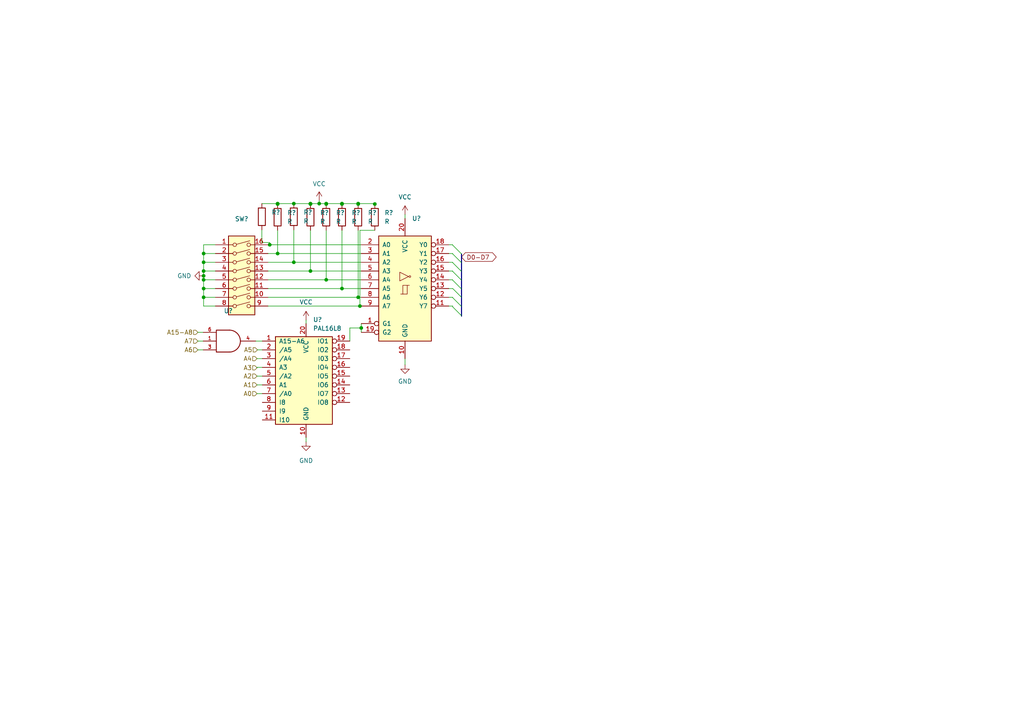
<source format=kicad_sch>
(kicad_sch (version 20211123) (generator eeschema)

  (uuid 3ab2a4f3-1350-474a-9450-67c63366e60b)

  (paper "A4")

  (lib_symbols
    (symbol "74xGxx:74LVC1G11" (pin_names (offset 1.016)) (in_bom yes) (on_board yes)
      (property "Reference" "U" (id 0) (at -2.54 5.08 0)
        (effects (font (size 1.27 1.27)))
      )
      (property "Value" "74LVC1G11" (id 1) (at 0 -5.08 0)
        (effects (font (size 1.27 1.27)))
      )
      (property "Footprint" "" (id 2) (at 0 0 0)
        (effects (font (size 1.27 1.27)) hide)
      )
      (property "Datasheet" "http://www.ti.com/lit/sg/scyt129e/scyt129e.pdf" (id 3) (at 0 0 0)
        (effects (font (size 1.27 1.27)) hide)
      )
      (property "ki_keywords" "Single Gate AND triple LVC CMOS" (id 4) (at 0 0 0)
        (effects (font (size 1.27 1.27)) hide)
      )
      (property "ki_description" "Single AND 3 Input Gate, Low-Voltage CMOS" (id 5) (at 0 0 0)
        (effects (font (size 1.27 1.27)) hide)
      )
      (property "ki_fp_filters" "SOT* SG-*" (id 6) (at 0 0 0)
        (effects (font (size 1.27 1.27)) hide)
      )
      (symbol "74LVC1G11_0_1"
        (arc (start 0 -3.175) (mid 3.175 0) (end 0 3.175)
          (stroke (width 0.254) (type default) (color 0 0 0 0))
          (fill (type none))
        )
        (polyline
          (pts
            (xy 0 -3.175)
            (xy -3.81 -3.175)
            (xy -3.81 3.175)
            (xy 0 3.175)
          )
          (stroke (width 0.254) (type default) (color 0 0 0 0))
          (fill (type none))
        )
      )
      (symbol "74LVC1G11_1_1"
        (pin input line (at -7.62 0 0) (length 3.81)
          (name "~" (effects (font (size 1.016 1.016))))
          (number "1" (effects (font (size 1.016 1.016))))
        )
        (pin power_in line (at 0 -3.175 270) (length 0) hide
          (name "GND" (effects (font (size 1.016 1.016))))
          (number "2" (effects (font (size 1.016 1.016))))
        )
        (pin input line (at -7.62 -2.54 0) (length 3.81)
          (name "~" (effects (font (size 1.016 1.016))))
          (number "3" (effects (font (size 1.016 1.016))))
        )
        (pin output line (at 7.62 0 180) (length 4.445)
          (name "~" (effects (font (size 1.016 1.016))))
          (number "4" (effects (font (size 1.016 1.016))))
        )
        (pin power_in line (at 0 3.175 90) (length 0) hide
          (name "VCC" (effects (font (size 1.016 1.016))))
          (number "5" (effects (font (size 1.016 1.016))))
        )
        (pin input line (at -7.62 2.54 0) (length 3.81)
          (name "~" (effects (font (size 1.016 1.016))))
          (number "6" (effects (font (size 1.016 1.016))))
        )
      )
    )
    (symbol "74xx:74LS540" (pin_names (offset 1.016)) (in_bom yes) (on_board yes)
      (property "Reference" "U" (id 0) (at -7.62 16.51 0)
        (effects (font (size 1.27 1.27)))
      )
      (property "Value" "74LS540" (id 1) (at -7.62 -16.51 0)
        (effects (font (size 1.27 1.27)))
      )
      (property "Footprint" "" (id 2) (at 0 0 0)
        (effects (font (size 1.27 1.27)) hide)
      )
      (property "Datasheet" "http://www.ti.com/lit/gpn/sn74LS540" (id 3) (at 0 0 0)
        (effects (font (size 1.27 1.27)) hide)
      )
      (property "ki_locked" "" (id 4) (at 0 0 0)
        (effects (font (size 1.27 1.27)))
      )
      (property "ki_keywords" "BUFFER BUS TTL 3State" (id 5) (at 0 0 0)
        (effects (font (size 1.27 1.27)) hide)
      )
      (property "ki_description" "8-bit Buffer/Line driver Inverter, 3-state outputs" (id 6) (at 0 0 0)
        (effects (font (size 1.27 1.27)) hide)
      )
      (property "ki_fp_filters" "DIP?20*" (id 7) (at 0 0 0)
        (effects (font (size 1.27 1.27)) hide)
      )
      (symbol "74LS540_1_0"
        (polyline
          (pts
            (xy -0.635 -1.6002)
            (xy -0.635 0.9398)
            (xy 0.635 0.9398)
          )
          (stroke (width 0) (type default) (color 0 0 0 0))
          (fill (type none))
        )
        (polyline
          (pts
            (xy -1.27 -1.6002)
            (xy 0.635 -1.6002)
            (xy 0.635 0.9398)
            (xy 1.27 0.9398)
          )
          (stroke (width 0) (type default) (color 0 0 0 0))
          (fill (type none))
        )
        (polyline
          (pts
            (xy 1.016 3.4798)
            (xy -1.524 4.7498)
            (xy -1.524 2.2098)
            (xy 1.016 3.4798)
          )
          (stroke (width 0.1524) (type default) (color 0 0 0 0))
          (fill (type none))
        )
        (circle (center 1.397 3.4798) (radius 0.254)
          (stroke (width 0.1524) (type default) (color 0 0 0 0))
          (fill (type none))
        )
        (pin input inverted (at -12.7 -10.16 0) (length 5.08)
          (name "G1" (effects (font (size 1.27 1.27))))
          (number "1" (effects (font (size 1.27 1.27))))
        )
        (pin power_in line (at 0 -20.32 90) (length 5.08)
          (name "GND" (effects (font (size 1.27 1.27))))
          (number "10" (effects (font (size 1.27 1.27))))
        )
        (pin tri_state inverted (at 12.7 -5.08 180) (length 5.08)
          (name "Y7" (effects (font (size 1.27 1.27))))
          (number "11" (effects (font (size 1.27 1.27))))
        )
        (pin tri_state inverted (at 12.7 -2.54 180) (length 5.08)
          (name "Y6" (effects (font (size 1.27 1.27))))
          (number "12" (effects (font (size 1.27 1.27))))
        )
        (pin tri_state inverted (at 12.7 0 180) (length 5.08)
          (name "Y5" (effects (font (size 1.27 1.27))))
          (number "13" (effects (font (size 1.27 1.27))))
        )
        (pin tri_state inverted (at 12.7 2.54 180) (length 5.08)
          (name "Y4" (effects (font (size 1.27 1.27))))
          (number "14" (effects (font (size 1.27 1.27))))
        )
        (pin tri_state inverted (at 12.7 5.08 180) (length 5.08)
          (name "Y3" (effects (font (size 1.27 1.27))))
          (number "15" (effects (font (size 1.27 1.27))))
        )
        (pin tri_state inverted (at 12.7 7.62 180) (length 5.08)
          (name "Y2" (effects (font (size 1.27 1.27))))
          (number "16" (effects (font (size 1.27 1.27))))
        )
        (pin tri_state inverted (at 12.7 10.16 180) (length 5.08)
          (name "Y1" (effects (font (size 1.27 1.27))))
          (number "17" (effects (font (size 1.27 1.27))))
        )
        (pin tri_state inverted (at 12.7 12.7 180) (length 5.08)
          (name "Y0" (effects (font (size 1.27 1.27))))
          (number "18" (effects (font (size 1.27 1.27))))
        )
        (pin input inverted (at -12.7 -12.7 0) (length 5.08)
          (name "G2" (effects (font (size 1.27 1.27))))
          (number "19" (effects (font (size 1.27 1.27))))
        )
        (pin input line (at -12.7 12.7 0) (length 5.08)
          (name "A0" (effects (font (size 1.27 1.27))))
          (number "2" (effects (font (size 1.27 1.27))))
        )
        (pin power_in line (at 0 20.32 270) (length 5.08)
          (name "VCC" (effects (font (size 1.27 1.27))))
          (number "20" (effects (font (size 1.27 1.27))))
        )
        (pin input line (at -12.7 10.16 0) (length 5.08)
          (name "A1" (effects (font (size 1.27 1.27))))
          (number "3" (effects (font (size 1.27 1.27))))
        )
        (pin input line (at -12.7 7.62 0) (length 5.08)
          (name "A2" (effects (font (size 1.27 1.27))))
          (number "4" (effects (font (size 1.27 1.27))))
        )
        (pin input line (at -12.7 5.08 0) (length 5.08)
          (name "A3" (effects (font (size 1.27 1.27))))
          (number "5" (effects (font (size 1.27 1.27))))
        )
        (pin input line (at -12.7 2.54 0) (length 5.08)
          (name "A4" (effects (font (size 1.27 1.27))))
          (number "6" (effects (font (size 1.27 1.27))))
        )
        (pin input line (at -12.7 0 0) (length 5.08)
          (name "A5" (effects (font (size 1.27 1.27))))
          (number "7" (effects (font (size 1.27 1.27))))
        )
        (pin input line (at -12.7 -2.54 0) (length 5.08)
          (name "A6" (effects (font (size 1.27 1.27))))
          (number "8" (effects (font (size 1.27 1.27))))
        )
        (pin input line (at -12.7 -5.08 0) (length 5.08)
          (name "A7" (effects (font (size 1.27 1.27))))
          (number "9" (effects (font (size 1.27 1.27))))
        )
      )
      (symbol "74LS540_1_1"
        (rectangle (start -7.62 15.24) (end 7.62 -15.24)
          (stroke (width 0.254) (type default) (color 0 0 0 0))
          (fill (type background))
        )
      )
    )
    (symbol "Device:R" (pin_numbers hide) (pin_names (offset 0)) (in_bom yes) (on_board yes)
      (property "Reference" "R" (id 0) (at 2.032 0 90)
        (effects (font (size 1.27 1.27)))
      )
      (property "Value" "R" (id 1) (at 0 0 90)
        (effects (font (size 1.27 1.27)))
      )
      (property "Footprint" "" (id 2) (at -1.778 0 90)
        (effects (font (size 1.27 1.27)) hide)
      )
      (property "Datasheet" "~" (id 3) (at 0 0 0)
        (effects (font (size 1.27 1.27)) hide)
      )
      (property "ki_keywords" "R res resistor" (id 4) (at 0 0 0)
        (effects (font (size 1.27 1.27)) hide)
      )
      (property "ki_description" "Resistor" (id 5) (at 0 0 0)
        (effects (font (size 1.27 1.27)) hide)
      )
      (property "ki_fp_filters" "R_*" (id 6) (at 0 0 0)
        (effects (font (size 1.27 1.27)) hide)
      )
      (symbol "R_0_1"
        (rectangle (start -1.016 -2.54) (end 1.016 2.54)
          (stroke (width 0.254) (type default) (color 0 0 0 0))
          (fill (type none))
        )
      )
      (symbol "R_1_1"
        (pin passive line (at 0 3.81 270) (length 1.27)
          (name "~" (effects (font (size 1.27 1.27))))
          (number "1" (effects (font (size 1.27 1.27))))
        )
        (pin passive line (at 0 -3.81 90) (length 1.27)
          (name "~" (effects (font (size 1.27 1.27))))
          (number "2" (effects (font (size 1.27 1.27))))
        )
      )
    )
    (symbol "Logic_Programmable:PAL16L8" (pin_names (offset 1.016)) (in_bom yes) (on_board yes)
      (property "Reference" "U?" (id 0) (at 2.0194 18.923 0)
        (effects (font (size 1.27 1.27)) (justify left))
      )
      (property "Value" "PAL16L8" (id 1) (at 2.0194 16.383 0)
        (effects (font (size 1.27 1.27)) (justify left))
      )
      (property "Footprint" "" (id 2) (at 0 0 0)
        (effects (font (size 1.27 1.27)) hide)
      )
      (property "Datasheet" "" (id 3) (at 0 0 0)
        (effects (font (size 1.27 1.27)) hide)
      )
      (property "ki_keywords" "PAL PLD 16L8" (id 4) (at 0 0 0)
        (effects (font (size 1.27 1.27)) hide)
      )
      (property "ki_description" "Programmable Logic Array, DIP-20" (id 5) (at 0 0 0)
        (effects (font (size 1.27 1.27)) hide)
      )
      (property "ki_fp_filters" "DIP* PDIP*" (id 6) (at 0 0 0)
        (effects (font (size 1.27 1.27)) hide)
      )
      (symbol "PAL16L8_0_0"
        (pin power_in line (at 0 -15.24 90) (length 3.81)
          (name "GND" (effects (font (size 1.27 1.27))))
          (number "10" (effects (font (size 1.27 1.27))))
        )
        (pin power_in line (at 0 17.78 270) (length 3.81)
          (name "VCC" (effects (font (size 1.27 1.27))))
          (number "20" (effects (font (size 1.27 1.27))))
        )
      )
      (symbol "PAL16L8_0_1"
        (rectangle (start -8.89 13.97) (end 7.62 -11.43)
          (stroke (width 0.254) (type default) (color 0 0 0 0))
          (fill (type background))
        )
      )
      (symbol "PAL16L8_1_1"
        (pin input line (at -12.7 12.7 0) (length 3.81)
          (name "A15-A6" (effects (font (size 1.27 1.27))))
          (number "1" (effects (font (size 1.27 1.27))))
        )
        (pin input line (at -12.7 -10.16 0) (length 3.81)
          (name "I10" (effects (font (size 1.27 1.27))))
          (number "11" (effects (font (size 1.27 1.27))))
        )
        (pin tri_state inverted (at 12.7 -5.08 180) (length 5.08)
          (name "IO8" (effects (font (size 1.27 1.27))))
          (number "12" (effects (font (size 1.27 1.27))))
        )
        (pin tri_state inverted (at 12.7 -2.54 180) (length 5.08)
          (name "IO7" (effects (font (size 1.27 1.27))))
          (number "13" (effects (font (size 1.27 1.27))))
        )
        (pin tri_state inverted (at 12.7 0 180) (length 5.08)
          (name "IO6" (effects (font (size 1.27 1.27))))
          (number "14" (effects (font (size 1.27 1.27))))
        )
        (pin tri_state inverted (at 12.7 2.54 180) (length 5.08)
          (name "IO5" (effects (font (size 1.27 1.27))))
          (number "15" (effects (font (size 1.27 1.27))))
        )
        (pin tri_state inverted (at 12.7 5.08 180) (length 5.08)
          (name "IO4" (effects (font (size 1.27 1.27))))
          (number "16" (effects (font (size 1.27 1.27))))
        )
        (pin tri_state inverted (at 12.7 7.62 180) (length 5.08)
          (name "I03" (effects (font (size 1.27 1.27))))
          (number "17" (effects (font (size 1.27 1.27))))
        )
        (pin tri_state inverted (at 12.7 10.16 180) (length 5.08)
          (name "IO2" (effects (font (size 1.27 1.27))))
          (number "18" (effects (font (size 1.27 1.27))))
        )
        (pin tri_state inverted (at 12.7 12.7 180) (length 5.08)
          (name "IO1" (effects (font (size 1.27 1.27))))
          (number "19" (effects (font (size 1.27 1.27))))
        )
        (pin input line (at -12.7 10.16 0) (length 3.81)
          (name "/A5" (effects (font (size 1.27 1.27))))
          (number "2" (effects (font (size 1.27 1.27))))
        )
        (pin input line (at -12.7 7.62 0) (length 3.81)
          (name "/A4" (effects (font (size 1.27 1.27))))
          (number "3" (effects (font (size 1.27 1.27))))
        )
        (pin input line (at -12.7 5.08 0) (length 3.81)
          (name "A3" (effects (font (size 1.27 1.27))))
          (number "4" (effects (font (size 1.27 1.27))))
        )
        (pin input line (at -12.7 2.54 0) (length 3.81)
          (name "/A2" (effects (font (size 1.27 1.27))))
          (number "5" (effects (font (size 1.27 1.27))))
        )
        (pin input line (at -12.7 0 0) (length 3.81)
          (name "A1" (effects (font (size 1.27 1.27))))
          (number "6" (effects (font (size 1.27 1.27))))
        )
        (pin input line (at -12.7 -2.54 0) (length 3.81)
          (name "/A0" (effects (font (size 1.27 1.27))))
          (number "7" (effects (font (size 1.27 1.27))))
        )
        (pin input line (at -12.7 -5.08 0) (length 3.81)
          (name "I8" (effects (font (size 1.27 1.27))))
          (number "8" (effects (font (size 1.27 1.27))))
        )
        (pin input line (at -12.7 -7.62 0) (length 3.81)
          (name "I9" (effects (font (size 1.27 1.27))))
          (number "9" (effects (font (size 1.27 1.27))))
        )
      )
    )
    (symbol "Switch:SW_DIP_x08" (pin_names (offset 0) hide) (in_bom yes) (on_board yes)
      (property "Reference" "SW" (id 0) (at 0 13.97 0)
        (effects (font (size 1.27 1.27)))
      )
      (property "Value" "SW_DIP_x08" (id 1) (at 0 -11.43 0)
        (effects (font (size 1.27 1.27)))
      )
      (property "Footprint" "" (id 2) (at 0 0 0)
        (effects (font (size 1.27 1.27)) hide)
      )
      (property "Datasheet" "~" (id 3) (at 0 0 0)
        (effects (font (size 1.27 1.27)) hide)
      )
      (property "ki_keywords" "dip switch" (id 4) (at 0 0 0)
        (effects (font (size 1.27 1.27)) hide)
      )
      (property "ki_description" "8x DIP Switch, Single Pole Single Throw (SPST) switch, small symbol" (id 5) (at 0 0 0)
        (effects (font (size 1.27 1.27)) hide)
      )
      (property "ki_fp_filters" "SW?DIP?x8*" (id 6) (at 0 0 0)
        (effects (font (size 1.27 1.27)) hide)
      )
      (symbol "SW_DIP_x08_0_0"
        (circle (center -2.032 -7.62) (radius 0.508)
          (stroke (width 0) (type default) (color 0 0 0 0))
          (fill (type none))
        )
        (circle (center -2.032 -5.08) (radius 0.508)
          (stroke (width 0) (type default) (color 0 0 0 0))
          (fill (type none))
        )
        (circle (center -2.032 -2.54) (radius 0.508)
          (stroke (width 0) (type default) (color 0 0 0 0))
          (fill (type none))
        )
        (circle (center -2.032 0) (radius 0.508)
          (stroke (width 0) (type default) (color 0 0 0 0))
          (fill (type none))
        )
        (circle (center -2.032 2.54) (radius 0.508)
          (stroke (width 0) (type default) (color 0 0 0 0))
          (fill (type none))
        )
        (circle (center -2.032 5.08) (radius 0.508)
          (stroke (width 0) (type default) (color 0 0 0 0))
          (fill (type none))
        )
        (circle (center -2.032 7.62) (radius 0.508)
          (stroke (width 0) (type default) (color 0 0 0 0))
          (fill (type none))
        )
        (circle (center -2.032 10.16) (radius 0.508)
          (stroke (width 0) (type default) (color 0 0 0 0))
          (fill (type none))
        )
        (polyline
          (pts
            (xy -1.524 -7.4676)
            (xy 2.3622 -6.4262)
          )
          (stroke (width 0) (type default) (color 0 0 0 0))
          (fill (type none))
        )
        (polyline
          (pts
            (xy -1.524 -4.9276)
            (xy 2.3622 -3.8862)
          )
          (stroke (width 0) (type default) (color 0 0 0 0))
          (fill (type none))
        )
        (polyline
          (pts
            (xy -1.524 -2.3876)
            (xy 2.3622 -1.3462)
          )
          (stroke (width 0) (type default) (color 0 0 0 0))
          (fill (type none))
        )
        (polyline
          (pts
            (xy -1.524 0.127)
            (xy 2.3622 1.1684)
          )
          (stroke (width 0) (type default) (color 0 0 0 0))
          (fill (type none))
        )
        (polyline
          (pts
            (xy -1.524 2.667)
            (xy 2.3622 3.7084)
          )
          (stroke (width 0) (type default) (color 0 0 0 0))
          (fill (type none))
        )
        (polyline
          (pts
            (xy -1.524 5.207)
            (xy 2.3622 6.2484)
          )
          (stroke (width 0) (type default) (color 0 0 0 0))
          (fill (type none))
        )
        (polyline
          (pts
            (xy -1.524 7.747)
            (xy 2.3622 8.7884)
          )
          (stroke (width 0) (type default) (color 0 0 0 0))
          (fill (type none))
        )
        (polyline
          (pts
            (xy -1.524 10.287)
            (xy 2.3622 11.3284)
          )
          (stroke (width 0) (type default) (color 0 0 0 0))
          (fill (type none))
        )
        (circle (center 2.032 -7.62) (radius 0.508)
          (stroke (width 0) (type default) (color 0 0 0 0))
          (fill (type none))
        )
        (circle (center 2.032 -5.08) (radius 0.508)
          (stroke (width 0) (type default) (color 0 0 0 0))
          (fill (type none))
        )
        (circle (center 2.032 -2.54) (radius 0.508)
          (stroke (width 0) (type default) (color 0 0 0 0))
          (fill (type none))
        )
        (circle (center 2.032 0) (radius 0.508)
          (stroke (width 0) (type default) (color 0 0 0 0))
          (fill (type none))
        )
        (circle (center 2.032 2.54) (radius 0.508)
          (stroke (width 0) (type default) (color 0 0 0 0))
          (fill (type none))
        )
        (circle (center 2.032 5.08) (radius 0.508)
          (stroke (width 0) (type default) (color 0 0 0 0))
          (fill (type none))
        )
        (circle (center 2.032 7.62) (radius 0.508)
          (stroke (width 0) (type default) (color 0 0 0 0))
          (fill (type none))
        )
        (circle (center 2.032 10.16) (radius 0.508)
          (stroke (width 0) (type default) (color 0 0 0 0))
          (fill (type none))
        )
      )
      (symbol "SW_DIP_x08_0_1"
        (rectangle (start -3.81 12.7) (end 3.81 -10.16)
          (stroke (width 0.254) (type default) (color 0 0 0 0))
          (fill (type background))
        )
      )
      (symbol "SW_DIP_x08_1_1"
        (pin passive line (at -7.62 10.16 0) (length 5.08)
          (name "~" (effects (font (size 1.27 1.27))))
          (number "1" (effects (font (size 1.27 1.27))))
        )
        (pin passive line (at 7.62 -5.08 180) (length 5.08)
          (name "~" (effects (font (size 1.27 1.27))))
          (number "10" (effects (font (size 1.27 1.27))))
        )
        (pin passive line (at 7.62 -2.54 180) (length 5.08)
          (name "~" (effects (font (size 1.27 1.27))))
          (number "11" (effects (font (size 1.27 1.27))))
        )
        (pin passive line (at 7.62 0 180) (length 5.08)
          (name "~" (effects (font (size 1.27 1.27))))
          (number "12" (effects (font (size 1.27 1.27))))
        )
        (pin passive line (at 7.62 2.54 180) (length 5.08)
          (name "~" (effects (font (size 1.27 1.27))))
          (number "13" (effects (font (size 1.27 1.27))))
        )
        (pin passive line (at 7.62 5.08 180) (length 5.08)
          (name "~" (effects (font (size 1.27 1.27))))
          (number "14" (effects (font (size 1.27 1.27))))
        )
        (pin passive line (at 7.62 7.62 180) (length 5.08)
          (name "~" (effects (font (size 1.27 1.27))))
          (number "15" (effects (font (size 1.27 1.27))))
        )
        (pin passive line (at 7.62 10.16 180) (length 5.08)
          (name "~" (effects (font (size 1.27 1.27))))
          (number "16" (effects (font (size 1.27 1.27))))
        )
        (pin passive line (at -7.62 7.62 0) (length 5.08)
          (name "~" (effects (font (size 1.27 1.27))))
          (number "2" (effects (font (size 1.27 1.27))))
        )
        (pin passive line (at -7.62 5.08 0) (length 5.08)
          (name "~" (effects (font (size 1.27 1.27))))
          (number "3" (effects (font (size 1.27 1.27))))
        )
        (pin passive line (at -7.62 2.54 0) (length 5.08)
          (name "~" (effects (font (size 1.27 1.27))))
          (number "4" (effects (font (size 1.27 1.27))))
        )
        (pin passive line (at -7.62 0 0) (length 5.08)
          (name "~" (effects (font (size 1.27 1.27))))
          (number "5" (effects (font (size 1.27 1.27))))
        )
        (pin passive line (at -7.62 -2.54 0) (length 5.08)
          (name "~" (effects (font (size 1.27 1.27))))
          (number "6" (effects (font (size 1.27 1.27))))
        )
        (pin passive line (at -7.62 -5.08 0) (length 5.08)
          (name "~" (effects (font (size 1.27 1.27))))
          (number "7" (effects (font (size 1.27 1.27))))
        )
        (pin passive line (at -7.62 -7.62 0) (length 5.08)
          (name "~" (effects (font (size 1.27 1.27))))
          (number "8" (effects (font (size 1.27 1.27))))
        )
        (pin passive line (at 7.62 -7.62 180) (length 5.08)
          (name "~" (effects (font (size 1.27 1.27))))
          (number "9" (effects (font (size 1.27 1.27))))
        )
      )
    )
    (symbol "power:GND" (power) (pin_names (offset 0)) (in_bom yes) (on_board yes)
      (property "Reference" "#PWR" (id 0) (at 0 -6.35 0)
        (effects (font (size 1.27 1.27)) hide)
      )
      (property "Value" "GND" (id 1) (at 0 -3.81 0)
        (effects (font (size 1.27 1.27)))
      )
      (property "Footprint" "" (id 2) (at 0 0 0)
        (effects (font (size 1.27 1.27)) hide)
      )
      (property "Datasheet" "" (id 3) (at 0 0 0)
        (effects (font (size 1.27 1.27)) hide)
      )
      (property "ki_keywords" "power-flag" (id 4) (at 0 0 0)
        (effects (font (size 1.27 1.27)) hide)
      )
      (property "ki_description" "Power symbol creates a global label with name \"GND\" , ground" (id 5) (at 0 0 0)
        (effects (font (size 1.27 1.27)) hide)
      )
      (symbol "GND_0_1"
        (polyline
          (pts
            (xy 0 0)
            (xy 0 -1.27)
            (xy 1.27 -1.27)
            (xy 0 -2.54)
            (xy -1.27 -1.27)
            (xy 0 -1.27)
          )
          (stroke (width 0) (type default) (color 0 0 0 0))
          (fill (type none))
        )
      )
      (symbol "GND_1_1"
        (pin power_in line (at 0 0 270) (length 0) hide
          (name "GND" (effects (font (size 1.27 1.27))))
          (number "1" (effects (font (size 1.27 1.27))))
        )
      )
    )
    (symbol "power:VCC" (power) (pin_names (offset 0)) (in_bom yes) (on_board yes)
      (property "Reference" "#PWR" (id 0) (at 0 -3.81 0)
        (effects (font (size 1.27 1.27)) hide)
      )
      (property "Value" "VCC" (id 1) (at 0 3.81 0)
        (effects (font (size 1.27 1.27)))
      )
      (property "Footprint" "" (id 2) (at 0 0 0)
        (effects (font (size 1.27 1.27)) hide)
      )
      (property "Datasheet" "" (id 3) (at 0 0 0)
        (effects (font (size 1.27 1.27)) hide)
      )
      (property "ki_keywords" "power-flag" (id 4) (at 0 0 0)
        (effects (font (size 1.27 1.27)) hide)
      )
      (property "ki_description" "Power symbol creates a global label with name \"VCC\"" (id 5) (at 0 0 0)
        (effects (font (size 1.27 1.27)) hide)
      )
      (symbol "VCC_0_1"
        (polyline
          (pts
            (xy -0.762 1.27)
            (xy 0 2.54)
          )
          (stroke (width 0) (type default) (color 0 0 0 0))
          (fill (type none))
        )
        (polyline
          (pts
            (xy 0 0)
            (xy 0 2.54)
          )
          (stroke (width 0) (type default) (color 0 0 0 0))
          (fill (type none))
        )
        (polyline
          (pts
            (xy 0 2.54)
            (xy 0.762 1.27)
          )
          (stroke (width 0) (type default) (color 0 0 0 0))
          (fill (type none))
        )
      )
      (symbol "VCC_1_1"
        (pin power_in line (at 0 0 90) (length 0) hide
          (name "VCC" (effects (font (size 1.27 1.27))))
          (number "1" (effects (font (size 1.27 1.27))))
        )
      )
    )
  )

  (junction (at 99.187 59.182) (diameter 0) (color 0 0 0 0)
    (uuid 080fec5a-3938-415e-8f41-c9e930e71c9f)
  )
  (junction (at 90.043 59.182) (diameter 0) (color 0 0 0 0)
    (uuid 12b2eeb4-cd2f-4dd2-ab14-70b748d558ec)
  )
  (junction (at 59.055 83.693) (diameter 0) (color 0 0 0 0)
    (uuid 1506b850-3825-4099-a337-aa43b793461e)
  )
  (junction (at 103.886 59.055) (diameter 0) (color 0 0 0 0)
    (uuid 1c5c2314-8065-484b-bae8-aec24bad179e)
  )
  (junction (at 99.187 59.055) (diameter 0) (color 0 0 0 0)
    (uuid 2d7a3fc1-e7dc-4bb1-8e9d-c8a175d1c879)
  )
  (junction (at 104.775 95.123) (diameter 0) (color 0 0 0 0)
    (uuid 3c30e80a-8027-4831-aceb-a6972c2a486e)
  )
  (junction (at 59.055 73.533) (diameter 0) (color 0 0 0 0)
    (uuid 3c7e98f8-ce9a-4102-8477-a9122798cec8)
  )
  (junction (at 80.518 59.182) (diameter 0) (color 0 0 0 0)
    (uuid 45caa78e-dd95-4c53-9d59-7bc31824ab71)
  )
  (junction (at 94.615 59.182) (diameter 0) (color 0 0 0 0)
    (uuid 485c2e51-641a-406c-becc-e3578568932b)
  )
  (junction (at 85.217 59.055) (diameter 0) (color 0 0 0 0)
    (uuid 57528f5c-b882-4e42-9cc5-61477f08b0f4)
  )
  (junction (at 104.394 88.773) (diameter 0) (color 0 0 0 0)
    (uuid 5c4b0946-1c1e-4dda-8ab9-d3c2750abaa9)
  )
  (junction (at 94.615 81.153) (diameter 0) (color 0 0 0 0)
    (uuid 6687df2f-7ea4-459b-a661-e4fdb2cd5393)
  )
  (junction (at 90.043 78.613) (diameter 0) (color 0 0 0 0)
    (uuid 74e3f312-4fc8-4ea2-afbc-824d3218db87)
  )
  (junction (at 59.055 76.073) (diameter 0) (color 0 0 0 0)
    (uuid 7c379dbf-8cc9-4c3b-8a7c-049aeee17377)
  )
  (junction (at 59.055 86.233) (diameter 0) (color 0 0 0 0)
    (uuid 80ee641a-98c8-4d79-88e5-6d7ee437df35)
  )
  (junction (at 103.886 86.233) (diameter 0) (color 0 0 0 0)
    (uuid 8335a5a6-1365-4a1a-839c-d7b900e2ed69)
  )
  (junction (at 80.518 59.055) (diameter 0) (color 0 0 0 0)
    (uuid 9f884a27-eaea-4d51-89fd-60acbb29a4fc)
  )
  (junction (at 108.712 59.182) (diameter 0) (color 0 0 0 0)
    (uuid a2adcb62-870a-4ec3-9d48-242b4a7f4b57)
  )
  (junction (at 94.615 59.055) (diameter 0) (color 0 0 0 0)
    (uuid a5d14531-0389-416f-ac45-e56f904c63ec)
  )
  (junction (at 80.518 73.533) (diameter 0) (color 0 0 0 0)
    (uuid a92408cb-9a08-45c2-af90-3db37b003211)
  )
  (junction (at 59.055 78.613) (diameter 0) (color 0 0 0 0)
    (uuid bdc1f479-4025-42d0-9a85-3ffc72fa47e3)
  )
  (junction (at 103.886 59.182) (diameter 0) (color 0 0 0 0)
    (uuid bf1d842b-4774-48c0-ab07-f85b87e28e87)
  )
  (junction (at 78.232 70.993) (diameter 0) (color 0 0 0 0)
    (uuid c89b69ba-22f9-451e-87e3-908c06103f53)
  )
  (junction (at 59.055 80.01) (diameter 0) (color 0 0 0 0)
    (uuid cbf61915-816a-48a0-a3ef-bfa5a2e9dc52)
  )
  (junction (at 85.217 76.073) (diameter 0) (color 0 0 0 0)
    (uuid cc7e5d94-de89-497c-a90e-a810b6ec107b)
  )
  (junction (at 99.187 83.693) (diameter 0) (color 0 0 0 0)
    (uuid ceb6269d-6d45-4a56-903a-2eea45759ea1)
  )
  (junction (at 59.055 81.153) (diameter 0) (color 0 0 0 0)
    (uuid d5d06ff5-2265-4231-a0b7-73398251bd44)
  )
  (junction (at 90.043 59.055) (diameter 0) (color 0 0 0 0)
    (uuid daa3d307-f0a8-4ff2-8b65-0ed71a6b6a5a)
  )
  (junction (at 92.583 59.055) (diameter 0) (color 0 0 0 0)
    (uuid f62dba65-98e2-43b2-b75d-cfeaa479c655)
  )

  (bus_entry (at 131.318 71.12) (size 2.54 2.54)
    (stroke (width 0) (type default) (color 0 0 0 0))
    (uuid 1474185f-939e-4a95-b94a-903820b8ee2d)
  )
  (bus_entry (at 131.318 86.36) (size 2.54 2.54)
    (stroke (width 0) (type default) (color 0 0 0 0))
    (uuid 1b97410b-022b-4309-b8c7-a252697bad74)
  )
  (bus_entry (at 131.318 76.2) (size 2.54 2.54)
    (stroke (width 0) (type default) (color 0 0 0 0))
    (uuid 2488159c-1b98-42ec-b2be-7a0ee70e3979)
  )
  (bus_entry (at 131.318 83.693) (size 2.54 2.54)
    (stroke (width 0) (type default) (color 0 0 0 0))
    (uuid 65e5d8c7-b341-4f98-b683-c7694e8bc891)
  )
  (bus_entry (at 131.318 78.74) (size 2.54 2.54)
    (stroke (width 0) (type default) (color 0 0 0 0))
    (uuid 7ad47583-4866-494f-b2fc-e7cfe02333ac)
  )
  (bus_entry (at 131.318 81.28) (size 2.54 2.54)
    (stroke (width 0) (type default) (color 0 0 0 0))
    (uuid 8ef5b47d-1f45-487a-b101-c9fc660a38fd)
  )
  (bus_entry (at 131.318 73.66) (size 2.54 2.54)
    (stroke (width 0) (type default) (color 0 0 0 0))
    (uuid 947a7457-f089-44c9-8e02-29b835ab9088)
  )
  (bus_entry (at 131.318 89.027) (size 2.54 2.54)
    (stroke (width 0) (type default) (color 0 0 0 0))
    (uuid df909acd-9e76-40e6-a693-1d02ae2ba65e)
  )

  (wire (pts (xy 80.518 66.802) (xy 80.518 73.533))
    (stroke (width 0) (type default) (color 0 0 0 0))
    (uuid 012bcd3f-c135-4e96-a594-4d4de709c6ef)
  )
  (wire (pts (xy 59.055 70.993) (xy 59.055 73.533))
    (stroke (width 0) (type default) (color 0 0 0 0))
    (uuid 020a9e7f-cf23-455e-b923-70fbe51eff92)
  )
  (wire (pts (xy 99.187 83.693) (xy 104.775 83.693))
    (stroke (width 0) (type default) (color 0 0 0 0))
    (uuid 0b1a5a29-46ad-42bc-a783-a7d068bc214e)
  )
  (wire (pts (xy 59.055 80.01) (xy 59.055 81.153))
    (stroke (width 0) (type default) (color 0 0 0 0))
    (uuid 168f436e-3dc4-4310-b29b-8ec0c4c5eb17)
  )
  (wire (pts (xy 130.175 70.993) (xy 131.318 70.993))
    (stroke (width 0) (type default) (color 0 0 0 0))
    (uuid 1cb7244f-4c0a-4038-9be3-dae56d5378b7)
  )
  (wire (pts (xy 76.073 106.553) (xy 74.549 106.553))
    (stroke (width 0) (type default) (color 0 0 0 0))
    (uuid 1d000ff5-5a7d-4f62-ad1a-7d1c511c5659)
  )
  (wire (pts (xy 59.055 78.613) (xy 59.055 80.01))
    (stroke (width 0) (type default) (color 0 0 0 0))
    (uuid 1e9be16c-902e-4c77-b076-a2cbcbb3f201)
  )
  (wire (pts (xy 99.187 59.055) (xy 99.187 59.182))
    (stroke (width 0) (type default) (color 0 0 0 0))
    (uuid 23a7b52e-f235-449d-844d-a775e26fd26a)
  )
  (wire (pts (xy 90.043 78.613) (xy 104.775 78.613))
    (stroke (width 0) (type default) (color 0 0 0 0))
    (uuid 2bbb9356-f102-4b40-8aa3-37dbb885c2c3)
  )
  (wire (pts (xy 101.473 95.123) (xy 104.775 95.123))
    (stroke (width 0) (type default) (color 0 0 0 0))
    (uuid 2f425c8c-dc7e-448a-aa2d-5e2b54452e64)
  )
  (wire (pts (xy 62.484 78.613) (xy 59.055 78.613))
    (stroke (width 0) (type default) (color 0 0 0 0))
    (uuid 3063d1ee-dbfa-4223-84a3-e8550f4699d3)
  )
  (bus (pts (xy 133.858 76.2) (xy 133.858 78.74))
    (stroke (width 0) (type default) (color 0 0 0 0))
    (uuid 320cf1f4-99ad-4c35-bced-e678d4bb5bb7)
  )

  (wire (pts (xy 104.775 95.123) (xy 104.775 96.393))
    (stroke (width 0) (type default) (color 0 0 0 0))
    (uuid 323ece08-7cba-455b-b9c0-c0ac50e67861)
  )
  (wire (pts (xy 90.043 66.802) (xy 90.043 78.613))
    (stroke (width 0) (type default) (color 0 0 0 0))
    (uuid 329d5454-e7b0-4132-8e2b-4a6d6a1a571c)
  )
  (wire (pts (xy 62.484 81.153) (xy 59.055 81.153))
    (stroke (width 0) (type default) (color 0 0 0 0))
    (uuid 3397ba22-1f9d-4dbe-a888-5597b651e24b)
  )
  (wire (pts (xy 104.775 93.853) (xy 104.775 95.123))
    (stroke (width 0) (type default) (color 0 0 0 0))
    (uuid 34384f34-97d5-4acd-8f6f-a46bb1913390)
  )
  (wire (pts (xy 85.217 76.073) (xy 104.775 76.073))
    (stroke (width 0) (type default) (color 0 0 0 0))
    (uuid 3849b5c8-d64f-470a-82ce-1e871a773a43)
  )
  (wire (pts (xy 74.549 111.633) (xy 76.073 111.633))
    (stroke (width 0) (type default) (color 0 0 0 0))
    (uuid 3b3cd65c-d304-4b69-aab6-497bd253bbcb)
  )
  (wire (pts (xy 117.475 104.013) (xy 117.475 105.791))
    (stroke (width 0) (type default) (color 0 0 0 0))
    (uuid 3f78ce2c-908d-4477-9ae6-10799a913c2c)
  )
  (wire (pts (xy 88.773 92.837) (xy 88.773 93.853))
    (stroke (width 0) (type default) (color 0 0 0 0))
    (uuid 41bc0609-899f-4797-8a7e-0750ccb4b1c6)
  )
  (wire (pts (xy 57.404 98.933) (xy 58.928 98.933))
    (stroke (width 0) (type default) (color 0 0 0 0))
    (uuid 432294ba-150f-4de0-9752-c0f557fc3432)
  )
  (wire (pts (xy 104.394 88.773) (xy 104.775 88.773))
    (stroke (width 0) (type default) (color 0 0 0 0))
    (uuid 43f14008-52c2-4ae6-8690-9cff40c1fc1d)
  )
  (wire (pts (xy 94.615 66.802) (xy 94.615 81.153))
    (stroke (width 0) (type default) (color 0 0 0 0))
    (uuid 459aa434-8451-4e9b-8eaa-b3993d187bb2)
  )
  (wire (pts (xy 130.175 76.073) (xy 131.318 76.073))
    (stroke (width 0) (type default) (color 0 0 0 0))
    (uuid 46272cf6-3838-4aed-85d7-1f5c7ad3e96f)
  )
  (wire (pts (xy 88.773 126.873) (xy 88.773 128.143))
    (stroke (width 0) (type default) (color 0 0 0 0))
    (uuid 4be191c6-7a4c-4c6a-8024-968dcdc9d9ff)
  )
  (wire (pts (xy 130.175 78.613) (xy 131.318 78.613))
    (stroke (width 0) (type default) (color 0 0 0 0))
    (uuid 4c0492c2-e887-45fc-a398-d3bd1d3d8801)
  )
  (bus (pts (xy 133.858 78.74) (xy 133.858 81.28))
    (stroke (width 0) (type default) (color 0 0 0 0))
    (uuid 4e4b05b5-4ffa-4f67-a29b-019b52dc97ff)
  )

  (wire (pts (xy 80.518 59.055) (xy 85.217 59.055))
    (stroke (width 0) (type default) (color 0 0 0 0))
    (uuid 4fc2f4ed-e21b-4360-9a90-f11cdb3989bd)
  )
  (wire (pts (xy 74.676 101.473) (xy 76.073 101.473))
    (stroke (width 0) (type default) (color 0 0 0 0))
    (uuid 5285a7a0-8429-493e-9ac5-d9ce9fb8a6f9)
  )
  (wire (pts (xy 59.055 73.533) (xy 59.055 76.073))
    (stroke (width 0) (type default) (color 0 0 0 0))
    (uuid 52d6d71f-7820-4019-af00-3a399d1904a5)
  )
  (wire (pts (xy 108.712 66.802) (xy 104.394 66.802))
    (stroke (width 0) (type default) (color 0 0 0 0))
    (uuid 5593d84b-6e9e-4d0c-ba78-7e83c323cdf6)
  )
  (wire (pts (xy 131.318 73.533) (xy 131.318 73.66))
    (stroke (width 0) (type default) (color 0 0 0 0))
    (uuid 577e7925-ab1e-463a-8ce2-f0996f0e3f91)
  )
  (wire (pts (xy 130.175 88.773) (xy 131.318 88.773))
    (stroke (width 0) (type default) (color 0 0 0 0))
    (uuid 581612f5-a40c-4994-b2b7-6c1b1c6722ac)
  )
  (wire (pts (xy 99.187 66.802) (xy 99.187 83.693))
    (stroke (width 0) (type default) (color 0 0 0 0))
    (uuid 5817905d-a862-4324-9c6f-8bb962fc3f41)
  )
  (wire (pts (xy 117.475 62.23) (xy 117.475 63.373))
    (stroke (width 0) (type default) (color 0 0 0 0))
    (uuid 597ddcad-0320-4949-9156-f8a49da45018)
  )
  (wire (pts (xy 131.318 70.993) (xy 131.318 71.12))
    (stroke (width 0) (type default) (color 0 0 0 0))
    (uuid 5998ca95-ff60-44af-84fa-8bc226672e7d)
  )
  (wire (pts (xy 74.549 106.553) (xy 74.549 106.68))
    (stroke (width 0) (type default) (color 0 0 0 0))
    (uuid 5c616e48-47f5-4121-a7cd-c29dfe2138bc)
  )
  (wire (pts (xy 75.946 66.675) (xy 75.946 70.358))
    (stroke (width 0) (type default) (color 0 0 0 0))
    (uuid 5de7cfc7-fc4c-4ca6-9d6e-1f369f3b5bd7)
  )
  (bus (pts (xy 133.858 83.82) (xy 133.858 86.233))
    (stroke (width 0) (type default) (color 0 0 0 0))
    (uuid 5ef8cb36-c0b8-4fb2-8a65-92ca6a5f4341)
  )

  (wire (pts (xy 77.724 73.533) (xy 80.518 73.533))
    (stroke (width 0) (type default) (color 0 0 0 0))
    (uuid 60a238c1-1007-4027-9491-fbc8bbdac989)
  )
  (wire (pts (xy 62.484 70.993) (xy 59.055 70.993))
    (stroke (width 0) (type default) (color 0 0 0 0))
    (uuid 61515097-624f-4fef-977a-7ff37199c516)
  )
  (bus (pts (xy 133.858 81.28) (xy 133.858 83.82))
    (stroke (width 0) (type default) (color 0 0 0 0))
    (uuid 6485b831-cb1a-4a16-8c6c-5a1afb2ecc41)
  )

  (wire (pts (xy 131.318 76.073) (xy 131.318 76.2))
    (stroke (width 0) (type default) (color 0 0 0 0))
    (uuid 6c517978-6b90-4d5a-b193-78a4c06bb8ff)
  )
  (wire (pts (xy 74.549 114.173) (xy 76.073 114.173))
    (stroke (width 0) (type default) (color 0 0 0 0))
    (uuid 6d74d912-a28e-4422-ac6d-504b63d8e4f3)
  )
  (wire (pts (xy 90.043 59.055) (xy 92.583 59.055))
    (stroke (width 0) (type default) (color 0 0 0 0))
    (uuid 6fb0f71a-12a1-4fbc-b6c8-fe48c72e5e2a)
  )
  (wire (pts (xy 103.886 59.055) (xy 103.886 59.182))
    (stroke (width 0) (type default) (color 0 0 0 0))
    (uuid 72f3c3f5-cde4-410a-9e26-c88aa7edce41)
  )
  (wire (pts (xy 131.318 86.233) (xy 131.318 86.36))
    (stroke (width 0) (type default) (color 0 0 0 0))
    (uuid 739eb094-1edc-496e-9067-8f3d277bd1fb)
  )
  (wire (pts (xy 77.724 83.693) (xy 99.187 83.693))
    (stroke (width 0) (type default) (color 0 0 0 0))
    (uuid 73f76628-53f6-45c4-87d6-057bfc8e4841)
  )
  (wire (pts (xy 103.886 59.055) (xy 108.712 59.055))
    (stroke (width 0) (type default) (color 0 0 0 0))
    (uuid 74f64358-a704-4a2b-a781-140bb4fbc470)
  )
  (wire (pts (xy 131.318 88.773) (xy 131.318 89.027))
    (stroke (width 0) (type default) (color 0 0 0 0))
    (uuid 8117e543-3275-418c-8616-6cdabc25f959)
  )
  (wire (pts (xy 130.175 83.693) (xy 131.318 83.693))
    (stroke (width 0) (type default) (color 0 0 0 0))
    (uuid 8151a8db-1754-4620-9293-db0c1b23949f)
  )
  (wire (pts (xy 131.318 78.613) (xy 131.318 78.74))
    (stroke (width 0) (type default) (color 0 0 0 0))
    (uuid 82fdeb45-2d4e-4a35-baef-adb153583f45)
  )
  (bus (pts (xy 133.858 73.66) (xy 133.858 76.2))
    (stroke (width 0) (type default) (color 0 0 0 0))
    (uuid 853979b8-e5bc-4cfc-8426-ab67650c1848)
  )

  (wire (pts (xy 74.549 104.013) (xy 76.073 104.013))
    (stroke (width 0) (type default) (color 0 0 0 0))
    (uuid 8987ac66-015b-423c-8a41-ebd2b386b091)
  )
  (wire (pts (xy 74.549 109.093) (xy 76.073 109.093))
    (stroke (width 0) (type default) (color 0 0 0 0))
    (uuid 8eaf9ab5-a73d-40aa-ae34-5e62b4773c98)
  )
  (wire (pts (xy 75.946 59.055) (xy 80.518 59.055))
    (stroke (width 0) (type default) (color 0 0 0 0))
    (uuid 8f4b3977-6895-483c-9920-2ea93637f170)
  )
  (wire (pts (xy 59.055 88.773) (xy 59.055 86.233))
    (stroke (width 0) (type default) (color 0 0 0 0))
    (uuid 92abb252-bb6b-4d73-8c4d-e48b56eb3a77)
  )
  (wire (pts (xy 57.404 96.393) (xy 58.928 96.393))
    (stroke (width 0) (type default) (color 0 0 0 0))
    (uuid 92c95dcc-d03b-4d9e-828b-ee4c0bfc9853)
  )
  (wire (pts (xy 74.168 98.933) (xy 76.073 98.933))
    (stroke (width 0) (type default) (color 0 0 0 0))
    (uuid 9a592279-c4f3-42d6-ab39-f40c45245367)
  )
  (wire (pts (xy 77.724 88.773) (xy 104.394 88.773))
    (stroke (width 0) (type default) (color 0 0 0 0))
    (uuid 9a6f0ffb-5993-459a-aa1a-01a0653bed86)
  )
  (wire (pts (xy 94.615 59.055) (xy 94.615 59.182))
    (stroke (width 0) (type default) (color 0 0 0 0))
    (uuid 9dacfe89-e565-4024-8aee-259238d71ab0)
  )
  (wire (pts (xy 77.724 78.613) (xy 90.043 78.613))
    (stroke (width 0) (type default) (color 0 0 0 0))
    (uuid 9ebb1ccc-b86f-416f-8815-d4c2a61efa28)
  )
  (wire (pts (xy 75.946 70.358) (xy 78.232 70.358))
    (stroke (width 0) (type default) (color 0 0 0 0))
    (uuid 9f1b098d-3a69-4863-9a9f-baa78cf4a603)
  )
  (wire (pts (xy 77.724 70.993) (xy 78.232 70.993))
    (stroke (width 0) (type default) (color 0 0 0 0))
    (uuid 9f40e8d4-71b7-438c-8fd7-d1479cbfaf30)
  )
  (wire (pts (xy 57.404 101.473) (xy 58.928 101.473))
    (stroke (width 0) (type default) (color 0 0 0 0))
    (uuid a288456e-05a8-4ee8-b6d6-e61305542fbc)
  )
  (wire (pts (xy 80.518 59.055) (xy 80.518 59.182))
    (stroke (width 0) (type default) (color 0 0 0 0))
    (uuid a3faad57-5e32-4ed6-b0df-a43f722f33ae)
  )
  (wire (pts (xy 90.043 59.055) (xy 90.043 59.182))
    (stroke (width 0) (type default) (color 0 0 0 0))
    (uuid a4bdc31e-c80e-4a2d-bd92-f81ae3cd5c10)
  )
  (bus (pts (xy 133.858 86.233) (xy 133.858 88.9))
    (stroke (width 0) (type default) (color 0 0 0 0))
    (uuid a675aaf3-900e-43da-ad7b-a42f915f5867)
  )

  (wire (pts (xy 99.187 59.055) (xy 103.886 59.055))
    (stroke (width 0) (type default) (color 0 0 0 0))
    (uuid a6905351-1867-476a-83d1-f06bfea8721b)
  )
  (bus (pts (xy 133.858 91.567) (xy 133.858 91.694))
    (stroke (width 0) (type default) (color 0 0 0 0))
    (uuid ad221b03-2749-4bd2-a860-5e80ec9834e9)
  )

  (wire (pts (xy 77.724 76.073) (xy 85.217 76.073))
    (stroke (width 0) (type default) (color 0 0 0 0))
    (uuid aeaf9a17-546f-4b0a-8b9d-05e8c19fbc15)
  )
  (wire (pts (xy 101.473 98.933) (xy 101.473 95.123))
    (stroke (width 0) (type default) (color 0 0 0 0))
    (uuid afc644e0-65c8-4d12-896b-c99779432324)
  )
  (wire (pts (xy 59.055 81.153) (xy 59.055 83.693))
    (stroke (width 0) (type default) (color 0 0 0 0))
    (uuid b1a7db31-d67c-4de3-867a-fda17e0afe76)
  )
  (wire (pts (xy 85.217 59.055) (xy 90.043 59.055))
    (stroke (width 0) (type default) (color 0 0 0 0))
    (uuid bdb58486-b4b5-4e98-9b1b-ad3a3cdf3a2b)
  )
  (wire (pts (xy 108.712 59.055) (xy 108.712 59.182))
    (stroke (width 0) (type default) (color 0 0 0 0))
    (uuid bec7ec17-644a-4333-aec8-a8ff829f8d7d)
  )
  (wire (pts (xy 103.886 66.802) (xy 103.886 86.233))
    (stroke (width 0) (type default) (color 0 0 0 0))
    (uuid c081072f-0b7b-452e-8bdc-6d9b85e7beb9)
  )
  (wire (pts (xy 130.175 73.533) (xy 131.318 73.533))
    (stroke (width 0) (type default) (color 0 0 0 0))
    (uuid c09f6c38-4dff-4cbe-b3e8-e7522e8edb9d)
  )
  (wire (pts (xy 94.615 59.055) (xy 99.187 59.055))
    (stroke (width 0) (type default) (color 0 0 0 0))
    (uuid c126646b-7638-42ce-8114-b90d466448e8)
  )
  (wire (pts (xy 130.175 81.153) (xy 131.318 81.153))
    (stroke (width 0) (type default) (color 0 0 0 0))
    (uuid c4656be5-a610-438d-b763-25ae703f93d8)
  )
  (wire (pts (xy 59.055 86.233) (xy 62.484 86.233))
    (stroke (width 0) (type default) (color 0 0 0 0))
    (uuid c9ce93d6-87ec-4d35-8d4f-fd000e72637f)
  )
  (wire (pts (xy 131.318 81.153) (xy 131.318 81.28))
    (stroke (width 0) (type default) (color 0 0 0 0))
    (uuid caab620d-902f-4532-8f09-f6386c4d055a)
  )
  (bus (pts (xy 133.858 88.9) (xy 133.858 91.567))
    (stroke (width 0) (type default) (color 0 0 0 0))
    (uuid cb80909a-7dfc-46c3-98c1-861ea57936a1)
  )

  (wire (pts (xy 59.055 76.073) (xy 59.055 78.613))
    (stroke (width 0) (type default) (color 0 0 0 0))
    (uuid cc6da806-617e-4020-bd36-6e34c65f50f8)
  )
  (wire (pts (xy 77.724 81.153) (xy 94.615 81.153))
    (stroke (width 0) (type default) (color 0 0 0 0))
    (uuid ccb53e9d-2cff-41e2-8015-d819e25e40ff)
  )
  (wire (pts (xy 78.232 70.358) (xy 78.232 70.993))
    (stroke (width 0) (type default) (color 0 0 0 0))
    (uuid cd37963e-dbdf-4225-bc77-ae1cdd11180d)
  )
  (wire (pts (xy 130.175 86.233) (xy 131.318 86.233))
    (stroke (width 0) (type default) (color 0 0 0 0))
    (uuid ce25240e-7df9-42f3-9c03-1a6c97c060b6)
  )
  (wire (pts (xy 92.583 58.166) (xy 92.583 59.055))
    (stroke (width 0) (type default) (color 0 0 0 0))
    (uuid ce7874f1-b3fc-4457-b68b-5ba61e2c8584)
  )
  (wire (pts (xy 62.484 88.773) (xy 59.055 88.773))
    (stroke (width 0) (type default) (color 0 0 0 0))
    (uuid d041b92f-95ac-4fd2-8de1-0974d60e9a29)
  )
  (wire (pts (xy 59.055 83.693) (xy 62.484 83.693))
    (stroke (width 0) (type default) (color 0 0 0 0))
    (uuid d11ee207-3ae4-465f-889f-4dcb0e5583f9)
  )
  (wire (pts (xy 85.217 66.675) (xy 85.217 76.073))
    (stroke (width 0) (type default) (color 0 0 0 0))
    (uuid d1da70ba-f5f9-4c8d-972a-81322b0cfc33)
  )
  (wire (pts (xy 78.232 70.993) (xy 104.775 70.993))
    (stroke (width 0) (type default) (color 0 0 0 0))
    (uuid d6496521-08ad-4e1c-a9ca-a4c77a196747)
  )
  (wire (pts (xy 103.886 86.233) (xy 104.775 86.233))
    (stroke (width 0) (type default) (color 0 0 0 0))
    (uuid e170f37c-76d8-429a-a646-201efd267ab5)
  )
  (wire (pts (xy 77.724 86.233) (xy 103.886 86.233))
    (stroke (width 0) (type default) (color 0 0 0 0))
    (uuid e2fa129e-0cc0-46ab-ad5a-96d76fec6ed6)
  )
  (wire (pts (xy 80.518 73.533) (xy 104.775 73.533))
    (stroke (width 0) (type default) (color 0 0 0 0))
    (uuid e4c575bc-7cc8-40d8-bfca-322e3b903567)
  )
  (wire (pts (xy 62.484 73.533) (xy 59.055 73.533))
    (stroke (width 0) (type default) (color 0 0 0 0))
    (uuid e9238c0b-4312-4e0d-be01-39cd15dd0fde)
  )
  (wire (pts (xy 62.484 76.073) (xy 59.055 76.073))
    (stroke (width 0) (type default) (color 0 0 0 0))
    (uuid f2869d77-cdac-4c72-8e8b-23e90b7565da)
  )
  (wire (pts (xy 92.583 59.055) (xy 94.615 59.055))
    (stroke (width 0) (type default) (color 0 0 0 0))
    (uuid f36a9ebc-63b3-4ce9-8f25-f07c04a1c94b)
  )
  (wire (pts (xy 94.615 81.153) (xy 104.775 81.153))
    (stroke (width 0) (type default) (color 0 0 0 0))
    (uuid f7d88cd0-fd45-4da6-9e45-58172efef21c)
  )
  (wire (pts (xy 59.055 86.233) (xy 59.055 83.693))
    (stroke (width 0) (type default) (color 0 0 0 0))
    (uuid fc0bed63-1284-4227-8995-56f2aaa4e32b)
  )
  (wire (pts (xy 104.394 66.802) (xy 104.394 88.773))
    (stroke (width 0) (type default) (color 0 0 0 0))
    (uuid fe5244e1-2763-402f-8b80-93eb0a65639f)
  )

  (global_label "D0-D7" (shape bidirectional) (at 133.858 74.549 0) (fields_autoplaced)
    (effects (font (size 1.27 1.27)) (justify left))
    (uuid 0132d83e-34cc-4dc7-8e7d-88cf6ef00f9f)
    (property "Intersheet References" "${INTERSHEET_REFS}" (id 0) (at 142.8025 74.4696 0)
      (effects (font (size 1.27 1.27)) (justify left) hide)
    )
  )

  (hierarchical_label "A0" (shape input) (at 74.549 114.173 180)
    (effects (font (size 1.27 1.27)) (justify right))
    (uuid 146efe4a-5859-46d4-a265-6430ab82081c)
  )
  (hierarchical_label "A5" (shape input) (at 74.676 101.473 180)
    (effects (font (size 1.27 1.27)) (justify right))
    (uuid 1b7956f1-ca52-4867-bf4d-3c977e3b9dca)
  )
  (hierarchical_label "A3" (shape input) (at 74.549 106.68 180)
    (effects (font (size 1.27 1.27)) (justify right))
    (uuid 36590d25-a35e-4e0d-9173-a3d9d645c004)
  )
  (hierarchical_label "A4" (shape input) (at 74.549 104.013 180)
    (effects (font (size 1.27 1.27)) (justify right))
    (uuid 7147e0aa-a353-40ea-9f87-95d64991232a)
  )
  (hierarchical_label "A1" (shape input) (at 74.549 111.633 180)
    (effects (font (size 1.27 1.27)) (justify right))
    (uuid 78612bda-e95f-4ce6-8934-521861c80a2a)
  )
  (hierarchical_label "A2" (shape input) (at 74.549 109.093 180)
    (effects (font (size 1.27 1.27)) (justify right))
    (uuid 84bd303e-c071-460a-8e49-774957891afb)
  )
  (hierarchical_label "A7" (shape input) (at 57.404 98.933 180)
    (effects (font (size 1.27 1.27)) (justify right))
    (uuid b07f9639-0291-4a8c-9a5f-ad448447c6c9)
  )
  (hierarchical_label "A6" (shape input) (at 57.404 101.473 180)
    (effects (font (size 1.27 1.27)) (justify right))
    (uuid eef7b74a-1547-48a0-99f0-82cad4156101)
  )
  (hierarchical_label "A15-A8" (shape input) (at 57.404 96.393 180)
    (effects (font (size 1.27 1.27)) (justify right))
    (uuid f87cecac-cd8a-4d61-a612-4a7e6b19bbfc)
  )

  (symbol (lib_id "Device:R") (at 85.217 62.865 0) (unit 1)
    (in_bom yes) (on_board yes) (fields_autoplaced)
    (uuid 004de8be-a680-4604-adda-22d155c58ef8)
    (property "Reference" "R?" (id 0) (at 88.011 61.5949 0)
      (effects (font (size 1.27 1.27)) (justify left))
    )
    (property "Value" "R" (id 1) (at 88.011 64.1349 0)
      (effects (font (size 1.27 1.27)) (justify left))
    )
    (property "Footprint" "" (id 2) (at 83.439 62.865 90)
      (effects (font (size 1.27 1.27)) hide)
    )
    (property "Datasheet" "~" (id 3) (at 85.217 62.865 0)
      (effects (font (size 1.27 1.27)) hide)
    )
    (pin "1" (uuid e18ab1c0-0f6e-4b5e-8557-dd75fc6772ab))
    (pin "2" (uuid 7582081d-74f4-4703-8731-8c575f162eb5))
  )

  (symbol (lib_id "Device:R") (at 90.043 62.992 0) (unit 1)
    (in_bom yes) (on_board yes) (fields_autoplaced)
    (uuid 0acc62a2-c513-4a2f-aca6-2fb7648b9429)
    (property "Reference" "R?" (id 0) (at 92.837 61.7219 0)
      (effects (font (size 1.27 1.27)) (justify left))
    )
    (property "Value" "R" (id 1) (at 92.837 64.2619 0)
      (effects (font (size 1.27 1.27)) (justify left))
    )
    (property "Footprint" "" (id 2) (at 88.265 62.992 90)
      (effects (font (size 1.27 1.27)) hide)
    )
    (property "Datasheet" "~" (id 3) (at 90.043 62.992 0)
      (effects (font (size 1.27 1.27)) hide)
    )
    (pin "1" (uuid ccef7f73-6cb1-4814-a2c2-2a6e47347252))
    (pin "2" (uuid dee87ff6-0caa-4b51-9c85-856ec8d08ae9))
  )

  (symbol (lib_id "Device:R") (at 108.712 62.992 0) (unit 1)
    (in_bom yes) (on_board yes) (fields_autoplaced)
    (uuid 257b54b0-c413-4b17-90ba-8f3371948582)
    (property "Reference" "R?" (id 0) (at 111.506 61.7219 0)
      (effects (font (size 1.27 1.27)) (justify left))
    )
    (property "Value" "R" (id 1) (at 111.506 64.2619 0)
      (effects (font (size 1.27 1.27)) (justify left))
    )
    (property "Footprint" "" (id 2) (at 106.934 62.992 90)
      (effects (font (size 1.27 1.27)) hide)
    )
    (property "Datasheet" "~" (id 3) (at 108.712 62.992 0)
      (effects (font (size 1.27 1.27)) hide)
    )
    (pin "1" (uuid a940008d-972a-4588-94c9-1b15c6f9baa7))
    (pin "2" (uuid ea49c485-ccdb-429d-bb80-5942dbd34734))
  )

  (symbol (lib_id "power:GND") (at 117.475 105.791 0) (unit 1)
    (in_bom yes) (on_board yes) (fields_autoplaced)
    (uuid 25db10d8-bf89-4ee9-ba14-dbfe22787ef3)
    (property "Reference" "#PWR?" (id 0) (at 117.475 112.141 0)
      (effects (font (size 1.27 1.27)) hide)
    )
    (property "Value" "" (id 1) (at 117.475 110.617 0))
    (property "Footprint" "" (id 2) (at 117.475 105.791 0)
      (effects (font (size 1.27 1.27)) hide)
    )
    (property "Datasheet" "" (id 3) (at 117.475 105.791 0)
      (effects (font (size 1.27 1.27)) hide)
    )
    (pin "1" (uuid 1bc2ba10-5cc8-4117-91b5-0cdb2b970cfb))
  )

  (symbol (lib_id "Device:R") (at 75.946 62.865 0) (unit 1)
    (in_bom yes) (on_board yes) (fields_autoplaced)
    (uuid 449b065b-4393-4a63-ba40-d287e62dbae0)
    (property "Reference" "R?" (id 0) (at 78.74 61.5949 0)
      (effects (font (size 1.27 1.27)) (justify left))
    )
    (property "Value" "" (id 1) (at 78.74 64.1349 0)
      (effects (font (size 1.27 1.27)) (justify left))
    )
    (property "Footprint" "" (id 2) (at 74.168 62.865 90)
      (effects (font (size 1.27 1.27)) hide)
    )
    (property "Datasheet" "~" (id 3) (at 75.946 62.865 0)
      (effects (font (size 1.27 1.27)) hide)
    )
    (pin "1" (uuid bb65db1b-534d-4075-880b-f614f1e2604e))
    (pin "2" (uuid 9cf193aa-add0-4dcf-a99e-ad234059cbfd))
  )

  (symbol (lib_id "Device:R") (at 99.187 62.992 0) (unit 1)
    (in_bom yes) (on_board yes) (fields_autoplaced)
    (uuid 4766071d-2378-4008-b024-0a8b4b62b99c)
    (property "Reference" "R?" (id 0) (at 101.981 61.7219 0)
      (effects (font (size 1.27 1.27)) (justify left))
    )
    (property "Value" "R" (id 1) (at 101.981 64.2619 0)
      (effects (font (size 1.27 1.27)) (justify left))
    )
    (property "Footprint" "" (id 2) (at 97.409 62.992 90)
      (effects (font (size 1.27 1.27)) hide)
    )
    (property "Datasheet" "~" (id 3) (at 99.187 62.992 0)
      (effects (font (size 1.27 1.27)) hide)
    )
    (pin "1" (uuid 21e10cdc-b56b-4079-99b6-74a5993c4ef2))
    (pin "2" (uuid aae5f7c5-efff-498f-a380-77eb813ef30f))
  )

  (symbol (lib_id "power:VCC") (at 88.773 92.837 0) (unit 1)
    (in_bom yes) (on_board yes) (fields_autoplaced)
    (uuid 4e0748d4-8242-441f-92f1-50e8ab62dc52)
    (property "Reference" "#PWR?" (id 0) (at 88.773 96.647 0)
      (effects (font (size 1.27 1.27)) hide)
    )
    (property "Value" "" (id 1) (at 88.773 87.63 0))
    (property "Footprint" "" (id 2) (at 88.773 92.837 0)
      (effects (font (size 1.27 1.27)) hide)
    )
    (property "Datasheet" "" (id 3) (at 88.773 92.837 0)
      (effects (font (size 1.27 1.27)) hide)
    )
    (pin "1" (uuid 1b775d87-bac7-413c-b6fb-cb21bd60c14c))
  )

  (symbol (lib_id "74xGxx:74LVC1G11") (at 66.548 98.933 0) (unit 1)
    (in_bom yes) (on_board yes) (fields_autoplaced)
    (uuid 5d8e1d45-03f9-4034-9383-90f190c2a51a)
    (property "Reference" "U?" (id 0) (at 66.2305 90.17 0))
    (property "Value" "" (id 1) (at 66.2305 92.71 0))
    (property "Footprint" "" (id 2) (at 66.548 98.933 0)
      (effects (font (size 1.27 1.27)) hide)
    )
    (property "Datasheet" "http://www.ti.com/lit/sg/scyt129e/scyt129e.pdf" (id 3) (at 66.548 98.933 0)
      (effects (font (size 1.27 1.27)) hide)
    )
    (pin "1" (uuid 8cf6fbe9-21ff-41f7-a9e5-5dba8ee4fe6b))
    (pin "2" (uuid 94bb4b23-cf33-418b-a472-92c8dff4eff2))
    (pin "3" (uuid f52cb97e-546c-41a7-b2df-82b4314bc396))
    (pin "4" (uuid 8b898283-eff4-49f5-aa94-4dba00e20ec6))
    (pin "5" (uuid d412cb96-304d-442d-8159-ae9f1285dbe9))
    (pin "6" (uuid c48e368e-684a-44e1-9933-af107e61a298))
  )

  (symbol (lib_id "power:VCC") (at 117.475 62.23 0) (unit 1)
    (in_bom yes) (on_board yes) (fields_autoplaced)
    (uuid 62b5a13e-b2c2-4f64-9ed3-87e8799920fd)
    (property "Reference" "#PWR?" (id 0) (at 117.475 66.04 0)
      (effects (font (size 1.27 1.27)) hide)
    )
    (property "Value" "" (id 1) (at 117.475 57.15 0))
    (property "Footprint" "" (id 2) (at 117.475 62.23 0)
      (effects (font (size 1.27 1.27)) hide)
    )
    (property "Datasheet" "" (id 3) (at 117.475 62.23 0)
      (effects (font (size 1.27 1.27)) hide)
    )
    (pin "1" (uuid b78e516e-b056-4a4d-8b97-42194e24ccb0))
  )

  (symbol (lib_id "power:GND") (at 59.055 80.01 270) (unit 1)
    (in_bom yes) (on_board yes) (fields_autoplaced)
    (uuid 6f79a84d-85c7-4ec5-9a4d-a050f1cf295f)
    (property "Reference" "#PWR?" (id 0) (at 52.705 80.01 0)
      (effects (font (size 1.27 1.27)) hide)
    )
    (property "Value" "" (id 1) (at 55.499 80.0099 90)
      (effects (font (size 1.27 1.27)) (justify right))
    )
    (property "Footprint" "" (id 2) (at 59.055 80.01 0)
      (effects (font (size 1.27 1.27)) hide)
    )
    (property "Datasheet" "" (id 3) (at 59.055 80.01 0)
      (effects (font (size 1.27 1.27)) hide)
    )
    (pin "1" (uuid 223c3b2b-e14e-4a00-8056-6117e1274524))
  )

  (symbol (lib_id "Logic_Programmable:PAL16L8") (at 88.773 111.633 0) (unit 1)
    (in_bom yes) (on_board yes) (fields_autoplaced)
    (uuid 83d0632f-823f-4153-9c0d-64755412e96d)
    (property "Reference" "U?" (id 0) (at 90.7924 92.71 0)
      (effects (font (size 1.27 1.27)) (justify left))
    )
    (property "Value" "PAL16L8" (id 1) (at 90.7924 95.25 0)
      (effects (font (size 1.27 1.27)) (justify left))
    )
    (property "Footprint" "" (id 2) (at 88.773 111.633 0)
      (effects (font (size 1.27 1.27)) hide)
    )
    (property "Datasheet" "" (id 3) (at 88.773 111.633 0)
      (effects (font (size 1.27 1.27)) hide)
    )
    (pin "10" (uuid 85273d4e-3e8b-41d3-a8aa-254da3196171))
    (pin "20" (uuid fa92df69-6614-42d8-81b9-8d260395c060))
    (pin "1" (uuid 724904e6-196d-4ffb-8a39-be6d03e67bdd))
    (pin "11" (uuid 3acdfc0c-b16f-4306-8479-52176a0f8726))
    (pin "12" (uuid 076b9f8e-b9c9-45ec-b14a-b304866cff4f))
    (pin "13" (uuid 92014a02-5027-476c-8aae-9589fc9ca2e5))
    (pin "14" (uuid 2c6c7bce-74a8-4ff7-8dad-a08cfddb8b8f))
    (pin "15" (uuid 60be8167-386b-43c6-a8a4-d700fa7ec3b0))
    (pin "16" (uuid f867056c-7d62-4f13-8d34-8e1a64ff0daf))
    (pin "17" (uuid 40143a54-5252-4b68-bbd1-92fb54333c12))
    (pin "18" (uuid 81439ab7-ea9a-4cf3-8451-780db888c05b))
    (pin "19" (uuid 79640535-7604-4647-acfd-7ab14314c0b7))
    (pin "2" (uuid 6bdf797e-dbdb-4a15-a968-b22f9e948ae5))
    (pin "3" (uuid beaabe59-b90d-47ce-9ce3-b662860915a4))
    (pin "4" (uuid a52171ab-93b9-4f7c-8ba2-35230b414244))
    (pin "5" (uuid 0d90f0f8-80b6-46fb-9ffd-e5b2551635e1))
    (pin "6" (uuid 367eff6b-011e-4f17-8f57-cf1b3097d0e4))
    (pin "7" (uuid 87567b4d-52f7-4ae8-a84e-8a7dca78beeb))
    (pin "8" (uuid 9280511a-3850-46c9-9a75-cd512b61572d))
    (pin "9" (uuid 7f0f84f3-72db-4c91-9d7f-04715defcd87))
  )

  (symbol (lib_id "Device:R") (at 103.886 62.992 0) (unit 1)
    (in_bom yes) (on_board yes) (fields_autoplaced)
    (uuid 9b0efc4b-8a06-4237-a819-13bec872adde)
    (property "Reference" "R?" (id 0) (at 106.68 61.7219 0)
      (effects (font (size 1.27 1.27)) (justify left))
    )
    (property "Value" "R" (id 1) (at 106.68 64.2619 0)
      (effects (font (size 1.27 1.27)) (justify left))
    )
    (property "Footprint" "" (id 2) (at 102.108 62.992 90)
      (effects (font (size 1.27 1.27)) hide)
    )
    (property "Datasheet" "~" (id 3) (at 103.886 62.992 0)
      (effects (font (size 1.27 1.27)) hide)
    )
    (pin "1" (uuid 269900e7-1f68-4e10-a3aa-efddfeb50871))
    (pin "2" (uuid e5c194e9-393c-4d32-8527-2a0996b1c667))
  )

  (symbol (lib_id "power:VCC") (at 92.583 58.166 0) (unit 1)
    (in_bom yes) (on_board yes) (fields_autoplaced)
    (uuid 9cdb6251-6ea7-447c-b731-34c1da1fe976)
    (property "Reference" "#PWR?" (id 0) (at 92.583 61.976 0)
      (effects (font (size 1.27 1.27)) hide)
    )
    (property "Value" "" (id 1) (at 92.583 53.34 0))
    (property "Footprint" "" (id 2) (at 92.583 58.166 0)
      (effects (font (size 1.27 1.27)) hide)
    )
    (property "Datasheet" "" (id 3) (at 92.583 58.166 0)
      (effects (font (size 1.27 1.27)) hide)
    )
    (pin "1" (uuid bde41e1e-4d7f-4b66-afd0-8cf5b9043881))
  )

  (symbol (lib_id "74xx:74LS540") (at 117.475 83.693 0) (unit 1)
    (in_bom yes) (on_board yes) (fields_autoplaced)
    (uuid d8c9ed6d-a964-4c5a-9650-063463347447)
    (property "Reference" "U?" (id 0) (at 119.4944 63.373 0)
      (effects (font (size 1.27 1.27)) (justify left))
    )
    (property "Value" "" (id 1) (at 119.4944 65.913 0)
      (effects (font (size 1.27 1.27)) (justify left))
    )
    (property "Footprint" "" (id 2) (at 117.475 83.693 0)
      (effects (font (size 1.27 1.27)) hide)
    )
    (property "Datasheet" "http://www.ti.com/lit/gpn/sn74LS540" (id 3) (at 117.475 83.693 0)
      (effects (font (size 1.27 1.27)) hide)
    )
    (pin "1" (uuid fc27f06b-a545-49f4-a172-0735305aa363))
    (pin "10" (uuid 1ba53f33-822e-431b-8c36-fa83e792c6d1))
    (pin "11" (uuid 9b8a41bb-303c-4674-a994-9df2b72ddaf7))
    (pin "12" (uuid 513de83c-c778-4113-b74c-20d625b4dd9f))
    (pin "13" (uuid 959f6c61-1887-4fe5-80ff-f52bec054d33))
    (pin "14" (uuid 61b37a9c-989d-45bf-aa61-02ebe222542e))
    (pin "15" (uuid a6228aa4-6056-4e93-8c1e-05126c5fc9ab))
    (pin "16" (uuid 39a19e7a-56a3-4cba-a7f7-18afa21aa63b))
    (pin "17" (uuid 1ccd9200-b768-4335-bd36-c3721204cc53))
    (pin "18" (uuid f52fac86-42aa-4701-b043-81b6476980c2))
    (pin "19" (uuid 59d68a68-04c2-4a9e-8662-09b8636c553e))
    (pin "2" (uuid 3737020c-df92-4b40-8d45-70d09bdde5b2))
    (pin "20" (uuid 5c37ab29-1448-4461-82ed-ebf2aa10f74a))
    (pin "3" (uuid 0e188e80-8310-4ef9-bb17-516c4c0ea942))
    (pin "4" (uuid 58cc1fa6-fa34-4ba3-b4b8-012e41f66292))
    (pin "5" (uuid ac82f841-3c0e-4e30-9e9b-e26f8d4ed995))
    (pin "6" (uuid f17601cf-7e4f-4bba-8912-24830c4e86e0))
    (pin "7" (uuid ddabdc71-48bf-4fda-96de-42a06b5f3d67))
    (pin "8" (uuid d92619e9-d8ba-47cf-8764-37afd7f3c906))
    (pin "9" (uuid f0d94ace-b675-4234-a293-359b68023ca4))
  )

  (symbol (lib_id "Device:R") (at 80.518 62.992 0) (unit 1)
    (in_bom yes) (on_board yes) (fields_autoplaced)
    (uuid da5d3a1b-f857-40b2-9523-5fd101c1c65d)
    (property "Reference" "R?" (id 0) (at 83.312 61.7219 0)
      (effects (font (size 1.27 1.27)) (justify left))
    )
    (property "Value" "R" (id 1) (at 83.312 64.2619 0)
      (effects (font (size 1.27 1.27)) (justify left))
    )
    (property "Footprint" "" (id 2) (at 78.74 62.992 90)
      (effects (font (size 1.27 1.27)) hide)
    )
    (property "Datasheet" "~" (id 3) (at 80.518 62.992 0)
      (effects (font (size 1.27 1.27)) hide)
    )
    (pin "1" (uuid c3709d1c-8c49-4d46-8463-c3cc215c7fa8))
    (pin "2" (uuid aa4db4f3-8be6-4932-996a-d404e042022d))
  )

  (symbol (lib_id "Switch:SW_DIP_x08") (at 70.104 81.153 0) (unit 1)
    (in_bom yes) (on_board yes) (fields_autoplaced)
    (uuid e003e18c-8ec4-4390-a29a-b2d09a977843)
    (property "Reference" "SW?" (id 0) (at 70.104 63.5 0))
    (property "Value" "" (id 1) (at 70.104 66.04 0))
    (property "Footprint" "" (id 2) (at 70.104 81.153 0)
      (effects (font (size 1.27 1.27)) hide)
    )
    (property "Datasheet" "~" (id 3) (at 70.104 81.153 0)
      (effects (font (size 1.27 1.27)) hide)
    )
    (pin "1" (uuid 95d03cd7-ffc8-4d55-a9df-d42b1e3caecb))
    (pin "10" (uuid 853296a0-7add-4fac-a60e-0abf83224690))
    (pin "11" (uuid 0d67e7a4-beda-4ffa-b203-ef757b011df5))
    (pin "12" (uuid b4437f58-0bf2-46cc-b836-06aaad3449fb))
    (pin "13" (uuid 3508e2bb-721a-4baf-a413-31d9ff32cf26))
    (pin "14" (uuid 00012591-4a84-4f25-a145-d41d0d43dbac))
    (pin "15" (uuid 90bcdf11-bfbf-475d-8ded-13978eb7055a))
    (pin "16" (uuid 7e481647-6b09-4047-b82d-533184bf5fdb))
    (pin "2" (uuid 80ecd204-fbe3-4086-9ec2-93cf9828e59c))
    (pin "3" (uuid 295e6ec2-3cac-483b-b6b3-696806c7e69d))
    (pin "4" (uuid 65ae03e0-0414-4a76-8d9c-20659204ffee))
    (pin "5" (uuid c9149766-6bf0-499e-8070-4e4de785b9e3))
    (pin "6" (uuid 925bdea9-1d4f-496b-8b96-cbd7793bb226))
    (pin "7" (uuid cbcf3bde-5f40-43b2-a465-9e4b10f622c6))
    (pin "8" (uuid 1823f0fd-e94e-4045-bed4-afa5e35e974d))
    (pin "9" (uuid a3ff6a1a-e884-47cd-bb45-c1f2c3629911))
  )

  (symbol (lib_id "Device:R") (at 94.615 62.992 0) (unit 1)
    (in_bom yes) (on_board yes) (fields_autoplaced)
    (uuid ee455289-d130-4cf4-9635-a169cada2f5a)
    (property "Reference" "R?" (id 0) (at 97.409 61.7219 0)
      (effects (font (size 1.27 1.27)) (justify left))
    )
    (property "Value" "R" (id 1) (at 97.409 64.2619 0)
      (effects (font (size 1.27 1.27)) (justify left))
    )
    (property "Footprint" "" (id 2) (at 92.837 62.992 90)
      (effects (font (size 1.27 1.27)) hide)
    )
    (property "Datasheet" "~" (id 3) (at 94.615 62.992 0)
      (effects (font (size 1.27 1.27)) hide)
    )
    (pin "1" (uuid 064363b8-8058-45a8-8f66-f5330f451939))
    (pin "2" (uuid 4c8eacb8-1bfa-4d50-bb65-c94ac0147c7a))
  )

  (symbol (lib_id "power:GND") (at 88.773 128.143 0) (unit 1)
    (in_bom yes) (on_board yes) (fields_autoplaced)
    (uuid fa462578-bca5-45df-84bb-010d07310ae1)
    (property "Reference" "#PWR?" (id 0) (at 88.773 134.493 0)
      (effects (font (size 1.27 1.27)) hide)
    )
    (property "Value" "" (id 1) (at 88.773 133.604 0))
    (property "Footprint" "" (id 2) (at 88.773 128.143 0)
      (effects (font (size 1.27 1.27)) hide)
    )
    (property "Datasheet" "" (id 3) (at 88.773 128.143 0)
      (effects (font (size 1.27 1.27)) hide)
    )
    (pin "1" (uuid 8eb2f268-d65c-4215-964c-75a73d580d3c))
  )
)

</source>
